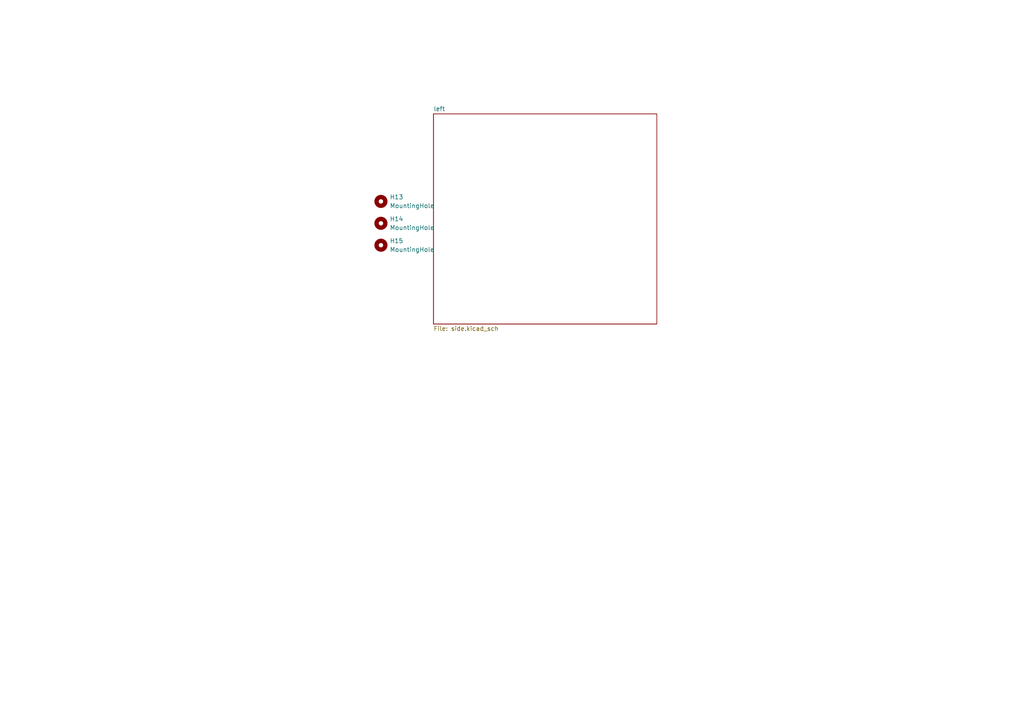
<source format=kicad_sch>
(kicad_sch
	(version 20250114)
	(generator "eeschema")
	(generator_version "9.0")
	(uuid "2d97cfa9-2af5-4fdf-a095-2db715cf104d")
	(paper "A4")
	(lib_symbols
		(symbol "Mechanical:MountingHole"
			(pin_names
				(offset 1.016)
			)
			(exclude_from_sim no)
			(in_bom no)
			(on_board yes)
			(property "Reference" "H"
				(at 0 5.08 0)
				(effects
					(font
						(size 1.27 1.27)
					)
				)
			)
			(property "Value" "MountingHole"
				(at 0 3.175 0)
				(effects
					(font
						(size 1.27 1.27)
					)
				)
			)
			(property "Footprint" ""
				(at 0 0 0)
				(effects
					(font
						(size 1.27 1.27)
					)
					(hide yes)
				)
			)
			(property "Datasheet" "~"
				(at 0 0 0)
				(effects
					(font
						(size 1.27 1.27)
					)
					(hide yes)
				)
			)
			(property "Description" "Mounting Hole without connection"
				(at 0 0 0)
				(effects
					(font
						(size 1.27 1.27)
					)
					(hide yes)
				)
			)
			(property "ki_keywords" "mounting hole"
				(at 0 0 0)
				(effects
					(font
						(size 1.27 1.27)
					)
					(hide yes)
				)
			)
			(property "ki_fp_filters" "MountingHole*"
				(at 0 0 0)
				(effects
					(font
						(size 1.27 1.27)
					)
					(hide yes)
				)
			)
			(symbol "MountingHole_0_1"
				(circle
					(center 0 0)
					(radius 1.27)
					(stroke
						(width 1.27)
						(type default)
					)
					(fill
						(type none)
					)
				)
			)
			(embedded_fonts no)
		)
	)
	(symbol
		(lib_id "Mechanical:MountingHole")
		(at 110.49 58.42 0)
		(unit 1)
		(exclude_from_sim no)
		(in_bom no)
		(on_board yes)
		(dnp no)
		(fields_autoplaced yes)
		(uuid "046d4a29-158e-47c1-b0b9-e6fad8baa8ee")
		(property "Reference" "H13"
			(at 113.03 57.1499 0)
			(effects
				(font
					(size 1.27 1.27)
				)
				(justify left)
			)
		)
		(property "Value" "MountingHole"
			(at 113.03 59.6899 0)
			(effects
				(font
					(size 1.27 1.27)
				)
				(justify left)
			)
		)
		(property "Footprint" "MountingHole:MountingHole_3.2mm_M3"
			(at 110.49 58.42 0)
			(effects
				(font
					(size 1.27 1.27)
				)
				(hide yes)
			)
		)
		(property "Datasheet" "~"
			(at 110.49 58.42 0)
			(effects
				(font
					(size 1.27 1.27)
				)
				(hide yes)
			)
		)
		(property "Description" "Mounting Hole without connection"
			(at 110.49 58.42 0)
			(effects
				(font
					(size 1.27 1.27)
				)
				(hide yes)
			)
		)
		(instances
			(project ""
				(path "/2d97cfa9-2af5-4fdf-a095-2db715cf104d"
					(reference "H13")
					(unit 1)
				)
			)
		)
	)
	(symbol
		(lib_id "Mechanical:MountingHole")
		(at 110.49 71.12 0)
		(unit 1)
		(exclude_from_sim no)
		(in_bom no)
		(on_board yes)
		(dnp no)
		(fields_autoplaced yes)
		(uuid "3c9a43a2-6dfb-4d1e-9efd-3f39cb3093ad")
		(property "Reference" "H15"
			(at 113.03 69.8499 0)
			(effects
				(font
					(size 1.27 1.27)
				)
				(justify left)
			)
		)
		(property "Value" "MountingHole"
			(at 113.03 72.3899 0)
			(effects
				(font
					(size 1.27 1.27)
				)
				(justify left)
			)
		)
		(property "Footprint" "MountingHole:MountingHole_3.2mm_M3"
			(at 110.49 71.12 0)
			(effects
				(font
					(size 1.27 1.27)
				)
				(hide yes)
			)
		)
		(property "Datasheet" "~"
			(at 110.49 71.12 0)
			(effects
				(font
					(size 1.27 1.27)
				)
				(hide yes)
			)
		)
		(property "Description" "Mounting Hole without connection"
			(at 110.49 71.12 0)
			(effects
				(font
					(size 1.27 1.27)
				)
				(hide yes)
			)
		)
		(instances
			(project "Split Keyboard"
				(path "/2d97cfa9-2af5-4fdf-a095-2db715cf104d"
					(reference "H15")
					(unit 1)
				)
			)
		)
	)
	(symbol
		(lib_id "Mechanical:MountingHole")
		(at 110.49 64.77 0)
		(unit 1)
		(exclude_from_sim no)
		(in_bom no)
		(on_board yes)
		(dnp no)
		(fields_autoplaced yes)
		(uuid "fd178764-65e0-4231-9263-8cf181bfc0d0")
		(property "Reference" "H14"
			(at 113.03 63.4999 0)
			(effects
				(font
					(size 1.27 1.27)
				)
				(justify left)
			)
		)
		(property "Value" "MountingHole"
			(at 113.03 66.0399 0)
			(effects
				(font
					(size 1.27 1.27)
				)
				(justify left)
			)
		)
		(property "Footprint" "MountingHole:MountingHole_3.2mm_M3"
			(at 110.49 64.77 0)
			(effects
				(font
					(size 1.27 1.27)
				)
				(hide yes)
			)
		)
		(property "Datasheet" "~"
			(at 110.49 64.77 0)
			(effects
				(font
					(size 1.27 1.27)
				)
				(hide yes)
			)
		)
		(property "Description" "Mounting Hole without connection"
			(at 110.49 64.77 0)
			(effects
				(font
					(size 1.27 1.27)
				)
				(hide yes)
			)
		)
		(instances
			(project "Split Keyboard"
				(path "/2d97cfa9-2af5-4fdf-a095-2db715cf104d"
					(reference "H14")
					(unit 1)
				)
			)
		)
	)
	(sheet
		(at 125.73 33.02)
		(size 64.77 60.96)
		(exclude_from_sim no)
		(in_bom yes)
		(on_board yes)
		(dnp no)
		(fields_autoplaced yes)
		(stroke
			(width 0.1524)
			(type solid)
		)
		(fill
			(color 0 0 0 0.0000)
		)
		(uuid "3854c269-fb0a-4cae-b3e7-c7475dae8486")
		(property "Sheetname" "left"
			(at 125.73 32.3084 0)
			(effects
				(font
					(size 1.27 1.27)
				)
				(justify left bottom)
			)
		)
		(property "Sheetfile" "side.kicad_sch"
			(at 125.73 94.5646 0)
			(effects
				(font
					(size 1.27 1.27)
				)
				(justify left top)
			)
		)
		(instances
			(project "Split Keyboard"
				(path "/2d97cfa9-2af5-4fdf-a095-2db715cf104d"
					(page "3")
				)
			)
		)
	)
	(sheet_instances
		(path "/"
			(page "1")
		)
	)
	(embedded_fonts no)
)

</source>
